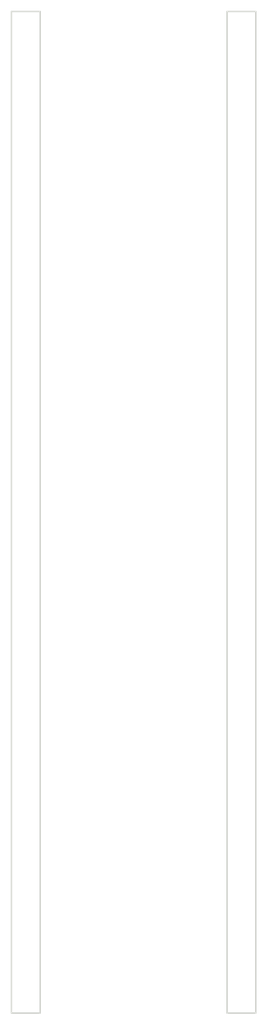
<source format=kicad_pcb>
(kicad_pcb (version 20241229) (generator "pcbnew") (generator_version "9.0")
  (title_block (title "Board 2x28 W15.24mm") (date "2025-09-29") (rev "V1"))
  (layers (0 "F.Cu" signal) (2 "B.Cu" signal) (13 "F.Paste" user) (15 "B.Paste" user) (5 "F.SilkS" user "F.Silkscreen") (7 "B.SilkS" user "B.Silkscreen") (1 "F.Mask" user) (3 "B.Mask" user) (25 "Edge.Cuts" user))
  (net 0 "")
  (footprint "SamacSys_Parts:PinHeader_1x28_P2.54mm_Vertical" (layer "B.Cu") (at 15.24 0 180)
    (property "Reference" "J3" (hide yes))
    (property "Value" "Pin_Header_01x28")
  )
  (footprint "SamacSys_Parts:PinHeader_1x28_P2.54mm_Vertical" (layer "B.Cu") (at 0 0 180)
    (property "Reference" "J2" (hide yes))
    (property "Value" "Pin_Header_01x28")
  )
  (gr_line (start -1.016 69.596) (end -1.016 -1.016) (stroke (width 0.1)) (layer "Edge.Cuts"))
  (gr_line (start -1.016 -1.016) (end 1.016 -1.016) (stroke (width 0.1)) (layer "Edge.Cuts"))
  (gr_line (start 16.256 69.596) (end 14.224 69.596) (stroke (width 0.1)) (layer "Edge.Cuts"))
  (gr_line (start 14.224 -1.016) (end 16.256 -1.016) (stroke (width 0.1)) (layer "Edge.Cuts"))
  (gr_line (start 1.016 69.596) (end -1.016 69.596) (stroke (width 0.1)) (layer "Edge.Cuts"))
  (gr_line (start 1.016 -1.016) (end 1.016 69.596) (stroke (width 0.1)) (layer "Edge.Cuts"))
  (gr_line (start 14.224 69.596) (end 14.224 -1.016) (stroke (width 0.1)) (layer "Edge.Cuts"))
  (gr_line (start 16.256 -1.016) (end 16.256 69.596) (stroke (width 0.1)) (layer "Edge.Cuts"))
)
</source>
